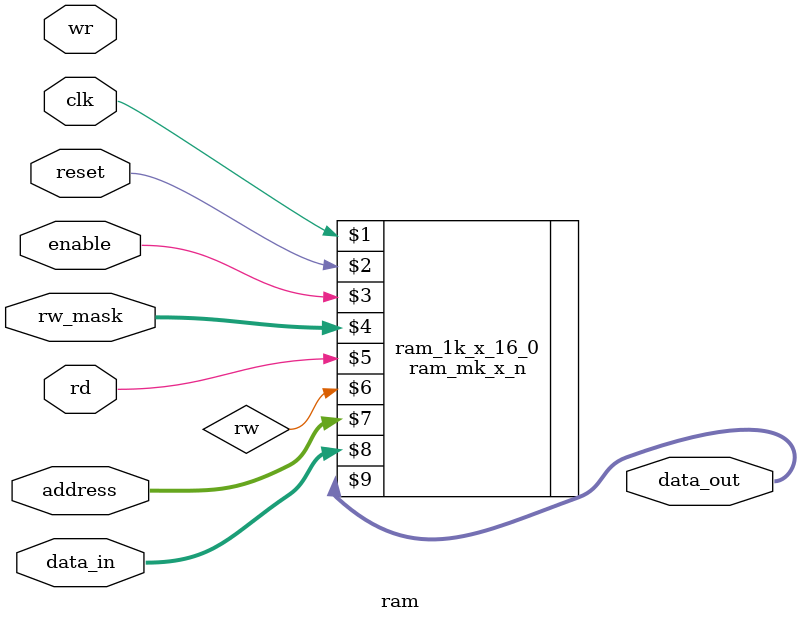
<source format=v>
module ram (clk, reset, enable, rw_mask, rd, wr, address, data_in, data_out);
  
  parameter Mk  =  1;
  parameter N   = 16;
   
  input                 clk       ;
  input                 reset     ;
  input                 enable    ;
  input   [N-1:0]       rw_mask   ;
  input   [(Mk*10-1):0] address   ;
  input                 rd        ;
  input                 wr        ;
  input   [N-1:0]       data_in   ;
  output  [N-1:0]       data_out  ;
  
  // use fixed size rom
  //rom_1kx16 rom_1kx16_inst0 ();
  
  // OR
  
  // use parameterised rom
  ram_mk_x_n #(Mk, N) ram_1k_x_16_0 (
                                      clk       ,
                                      reset     ,
                                      enable    ,
                                      rw_mask   ,
                                      rd        ,
                                      rw        ,
                                      address   ,
                                      data_in   ,
                                      data_out
                                    );
  
endmodule

</source>
